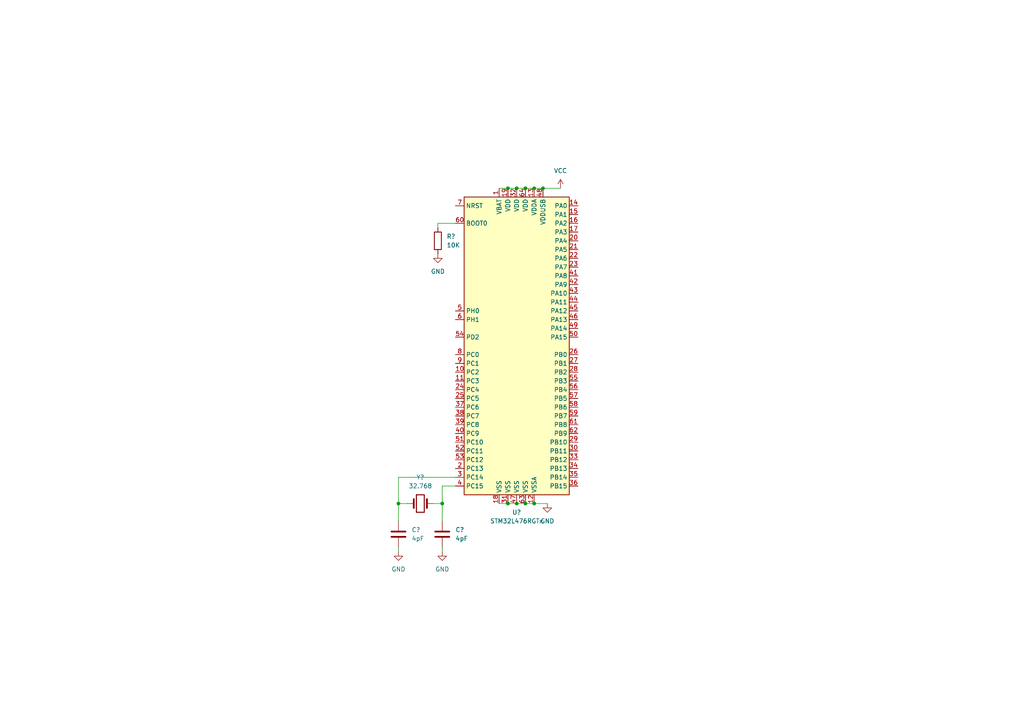
<source format=kicad_sch>
(kicad_sch (version 20210621) (generator eeschema)
  (paper "A4")
  (lib_symbols
    (symbol "Device:C" (pin_numbers hide) (pin_names (offset 0.254))
      (property "Reference" "C" (at 0.635 2.54 0))
      (property "Value" "C" (at 0.635 -2.54 0))
      (symbol "C_0_1"
        (polyline (pts (xy -2.032 -0.762) (xy 2.032 -0.762)) (stroke (width 0.508)))
        (polyline (pts (xy -2.032 0.762) (xy 2.032 0.762)) (stroke (width 0.508)))
      )
      (symbol "C_1_1"
        (pin passive line (at 0 3.81 270) (length 2.794) (name "~") (number "1"))
        (pin passive line (at 0 -3.81 90) (length 2.794) (name "~") (number "2"))
      )
    )
    (symbol "Device:Crystal" (pin_numbers hide) (pin_names (offset 1.016) hide)
      (property "Reference" "Y" (at 0 3.81 0))
      (property "Value" "Crystal" (at 0 -3.81 0))
      (symbol "Crystal_0_1"
        (rectangle (start -1.143 2.54) (end 1.143 -2.54) (stroke (width 0.3048)))
        (polyline (pts (xy -2.54 0) (xy -1.905 0)))
        (polyline (pts (xy -1.905 -1.27) (xy -1.905 1.27)) (stroke (width 0.508)))
        (polyline (pts (xy 1.905 -1.27) (xy 1.905 1.27)) (stroke (width 0.508)))
        (polyline (pts (xy 2.54 0) (xy 1.905 0)))
      )
      (symbol "Crystal_1_1"
        (pin passive line (at -3.81 0 0) (length 1.27) (name "1") (number "1"))
        (pin passive line (at 3.81 0 180) (length 1.27) (name "2") (number "2"))
      )
    )
    (symbol "Device:R" (pin_numbers hide) (pin_names (offset 0))
      (property "Reference" "R" (at 2.032 0 90))
      (property "Value" "R" (at 0 0 90))
      (symbol "R_0_1"
        (rectangle (start -1.016 -2.54) (end 1.016 2.54) (stroke (width 0.254)))
      )
      (symbol "R_1_1"
        (pin passive line (at 0 3.81 270) (length 1.27) (name "~") (number "1"))
        (pin passive line (at 0 -3.81 90) (length 1.27) (name "~") (number "2"))
      )
    )
    (symbol "MCU_ST_STM32L4:STM32L476RGTx"
      (property "Reference" "U" (at -15.24 44.45 0))
      (property "Value" "STM32L476RGTx" (at 10.16 44.45 0))
      (symbol "STM32L476RGTx_0_1"
        (rectangle (start -15.24 -43.18) (end 15.24 43.18) (stroke (width 0.254)) (fill (type background)))
      )
      (symbol "STM32L476RGTx_1_1"
        (pin power_in line (at -5.08 45.72 270) (length 2.54) (name "VBAT") (number "1"))
        (pin bidirectional line (at -17.78 -7.62 0) (length 2.54) (name "PC2") (number "10"))
        (pin bidirectional line (at -17.78 -10.16 0) (length 2.54) (name "PC3") (number "11"))
        (pin power_in line (at 5.08 -45.72 90) (length 2.54) (name "VSSA") (number "12"))
        (pin power_in line (at 5.08 45.72 270) (length 2.54) (name "VDDA") (number "13"))
        (pin bidirectional line (at 17.78 40.64 180) (length 2.54) (name "PA0") (number "14"))
        (pin bidirectional line (at 17.78 38.1 180) (length 2.54) (name "PA1") (number "15"))
        (pin bidirectional line (at 17.78 35.56 180) (length 2.54) (name "PA2") (number "16"))
        (pin bidirectional line (at 17.78 33.02 180) (length 2.54) (name "PA3") (number "17"))
        (pin power_in line (at -5.08 -45.72 90) (length 2.54) (name "VSS") (number "18"))
        (pin power_in line (at -2.54 45.72 270) (length 2.54) (name "VDD") (number "19"))
        (pin bidirectional line (at -17.78 -35.56 0) (length 2.54) (name "PC13") (number "2"))
        (pin bidirectional line (at 17.78 30.48 180) (length 2.54) (name "PA4") (number "20"))
        (pin bidirectional line (at 17.78 27.94 180) (length 2.54) (name "PA5") (number "21"))
        (pin bidirectional line (at 17.78 25.4 180) (length 2.54) (name "PA6") (number "22"))
        (pin bidirectional line (at 17.78 22.86 180) (length 2.54) (name "PA7") (number "23"))
        (pin bidirectional line (at -17.78 -12.7 0) (length 2.54) (name "PC4") (number "24"))
        (pin bidirectional line (at -17.78 -15.24 0) (length 2.54) (name "PC5") (number "25"))
        (pin bidirectional line (at 17.78 -2.54 180) (length 2.54) (name "PB0") (number "26"))
        (pin bidirectional line (at 17.78 -5.08 180) (length 2.54) (name "PB1") (number "27"))
        (pin bidirectional line (at 17.78 -7.62 180) (length 2.54) (name "PB2") (number "28"))
        (pin bidirectional line (at 17.78 -27.94 180) (length 2.54) (name "PB10") (number "29"))
        (pin bidirectional line (at -17.78 -38.1 0) (length 2.54) (name "PC14") (number "3"))
        (pin bidirectional line (at 17.78 -30.48 180) (length 2.54) (name "PB11") (number "30"))
        (pin power_in line (at -2.54 -45.72 90) (length 2.54) (name "VSS") (number "31"))
        (pin power_in line (at 0 45.72 270) (length 2.54) (name "VDD") (number "32"))
        (pin bidirectional line (at 17.78 -33.02 180) (length 2.54) (name "PB12") (number "33"))
        (pin bidirectional line (at 17.78 -35.56 180) (length 2.54) (name "PB13") (number "34"))
        (pin bidirectional line (at 17.78 -38.1 180) (length 2.54) (name "PB14") (number "35"))
        (pin bidirectional line (at 17.78 -40.64 180) (length 2.54) (name "PB15") (number "36"))
        (pin bidirectional line (at -17.78 -17.78 0) (length 2.54) (name "PC6") (number "37"))
        (pin bidirectional line (at -17.78 -20.32 0) (length 2.54) (name "PC7") (number "38"))
        (pin bidirectional line (at -17.78 -22.86 0) (length 2.54) (name "PC8") (number "39"))
        (pin bidirectional line (at -17.78 -40.64 0) (length 2.54) (name "PC15") (number "4"))
        (pin bidirectional line (at -17.78 -25.4 0) (length 2.54) (name "PC9") (number "40"))
        (pin bidirectional line (at 17.78 20.32 180) (length 2.54) (name "PA8") (number "41"))
        (pin bidirectional line (at 17.78 17.78 180) (length 2.54) (name "PA9") (number "42"))
        (pin bidirectional line (at 17.78 15.24 180) (length 2.54) (name "PA10") (number "43"))
        (pin bidirectional line (at 17.78 12.7 180) (length 2.54) (name "PA11") (number "44"))
        (pin bidirectional line (at 17.78 10.16 180) (length 2.54) (name "PA12") (number "45"))
        (pin bidirectional line (at 17.78 7.62 180) (length 2.54) (name "PA13") (number "46"))
        (pin power_in line (at 0 -45.72 90) (length 2.54) (name "VSS") (number "47"))
        (pin power_in line (at 7.62 45.72 270) (length 2.54) (name "VDDUSB") (number "48"))
        (pin bidirectional line (at 17.78 5.08 180) (length 2.54) (name "PA14") (number "49"))
        (pin input line (at -17.78 10.16 0) (length 2.54) (name "PH0") (number "5"))
        (pin bidirectional line (at 17.78 2.54 180) (length 2.54) (name "PA15") (number "50"))
        (pin bidirectional line (at -17.78 -27.94 0) (length 2.54) (name "PC10") (number "51"))
        (pin bidirectional line (at -17.78 -30.48 0) (length 2.54) (name "PC11") (number "52"))
        (pin bidirectional line (at -17.78 -33.02 0) (length 2.54) (name "PC12") (number "53"))
        (pin bidirectional line (at -17.78 2.54 0) (length 2.54) (name "PD2") (number "54"))
        (pin bidirectional line (at 17.78 -10.16 180) (length 2.54) (name "PB3") (number "55"))
        (pin bidirectional line (at 17.78 -12.7 180) (length 2.54) (name "PB4") (number "56"))
        (pin bidirectional line (at 17.78 -15.24 180) (length 2.54) (name "PB5") (number "57"))
        (pin bidirectional line (at 17.78 -17.78 180) (length 2.54) (name "PB6") (number "58"))
        (pin bidirectional line (at 17.78 -20.32 180) (length 2.54) (name "PB7") (number "59"))
        (pin input line (at -17.78 7.62 0) (length 2.54) (name "PH1") (number "6"))
        (pin input line (at -17.78 35.56 0) (length 2.54) (name "BOOT0") (number "60"))
        (pin bidirectional line (at 17.78 -22.86 180) (length 2.54) (name "PB8") (number "61"))
        (pin bidirectional line (at 17.78 -25.4 180) (length 2.54) (name "PB9") (number "62"))
        (pin power_in line (at 2.54 -45.72 90) (length 2.54) (name "VSS") (number "63"))
        (pin power_in line (at 2.54 45.72 270) (length 2.54) (name "VDD") (number "64"))
        (pin input line (at -17.78 40.64 0) (length 2.54) (name "NRST") (number "7"))
        (pin bidirectional line (at -17.78 -2.54 0) (length 2.54) (name "PC0") (number "8"))
        (pin bidirectional line (at -17.78 -5.08 0) (length 2.54) (name "PC1") (number "9"))
      )
    )
    (symbol "power:GND" (power) (pin_names (offset 0))
      (property "Value" "GND" (at 0 -3.81 0))
      (symbol "GND_0_1"
        (polyline (pts (xy 0 0) (xy 0 -1.27) (xy 1.27 -1.27) (xy 0 -2.54) (xy -1.27 -1.27) (xy 0 -1.27)))
      )
      (symbol "GND_1_1"
        (pin power_in line (at 0 0 270) (length 0) hide (name "GND") (number "1"))
      )
    )
    (symbol "power:VCC" (power) (pin_names (offset 0))
      (property "Value" "VCC" (at 0 3.81 0))
      (symbol "VCC_0_1"
        (polyline (pts (xy -0.762 1.27) (xy 0 2.54)))
        (polyline (pts (xy 0 0) (xy 0 2.54)))
        (polyline (pts (xy 0 2.54) (xy 0.762 1.27)))
      )
      (symbol "VCC_1_1"
        (pin power_in line (at 0 0 90) (length 0) hide (name "VCC") (number "1"))
      )
    )
  )
  (junction (at 115.57 146.05) (diameter 0.9144))
  (junction (at 128.27 146.05) (diameter 0.9144))
  (junction (at 147.32 54.61) (diameter 0.9144))
  (junction (at 147.32 146.05) (diameter 0.9144))
  (junction (at 149.86 54.61) (diameter 0.9144))
  (junction (at 149.86 146.05) (diameter 0.9144))
  (junction (at 152.4 54.61) (diameter 0.9144))
  (junction (at 152.4 146.05) (diameter 0.9144))
  (junction (at 154.94 54.61) (diameter 0.9144))
  (junction (at 154.94 146.05) (diameter 0.9144))
  (junction (at 157.48 54.61) (diameter 0.9144))
  (wire (pts (xy 115.57 138.43) (xy 115.57 146.05)))
  (wire (pts (xy 115.57 146.05) (xy 115.57 151.13)))
  (wire (pts (xy 115.57 158.75) (xy 115.57 160.02)))
  (wire (pts (xy 118.11 146.05) (xy 115.57 146.05)))
  (wire (pts (xy 125.73 146.05) (xy 128.27 146.05)))
  (wire (pts (xy 127 64.77) (xy 132.08 64.77)))
  (wire (pts (xy 127 66.04) (xy 127 64.77)))
  (wire (pts (xy 128.27 140.97) (xy 128.27 146.05)))
  (wire (pts (xy 128.27 146.05) (xy 128.27 151.13)))
  (wire (pts (xy 128.27 158.75) (xy 128.27 160.02)))
  (wire (pts (xy 132.08 138.43) (xy 115.57 138.43)))
  (wire (pts (xy 132.08 140.97) (xy 128.27 140.97)))
  (wire (pts (xy 144.78 54.61) (xy 147.32 54.61)))
  (wire (pts (xy 144.78 146.05) (xy 147.32 146.05)))
  (wire (pts (xy 147.32 54.61) (xy 149.86 54.61)))
  (wire (pts (xy 147.32 146.05) (xy 149.86 146.05)))
  (wire (pts (xy 149.86 54.61) (xy 152.4 54.61)))
  (wire (pts (xy 149.86 146.05) (xy 152.4 146.05)))
  (wire (pts (xy 152.4 54.61) (xy 154.94 54.61)))
  (wire (pts (xy 152.4 146.05) (xy 154.94 146.05)))
  (wire (pts (xy 154.94 54.61) (xy 157.48 54.61)))
  (wire (pts (xy 154.94 146.05) (xy 158.75 146.05)))
  (wire (pts (xy 157.48 54.61) (xy 162.56 54.61)))
  (symbol (lib_id "power:VCC") (at 162.56 54.61 0) (unit 1)
    (property "Reference" "#PWR?" (effects hide))
    (property "Value" "VCC" (at 162.56 49.53 0))
  )
  (symbol (lib_id "power:GND") (at 115.57 160.02 0) (unit 1)
    (property "Reference" "#PWR?" (effects hide))
    (property "Value" "GND" (at 115.57 165.1 0))
  )
  (symbol (lib_id "power:GND") (at 127 73.66 0) (unit 1)
    (property "Reference" "#PWR?" (effects hide))
    (property "Value" "GND" (at 127 78.74 0))
  )
  (symbol (lib_id "power:GND") (at 128.27 160.02 0) (unit 1)
    (property "Reference" "#PWR?" (effects hide))
    (property "Value" "GND" (at 128.27 165.1 0))
  )
  (symbol (lib_id "power:GND") (at 158.75 146.05 0) (unit 1)
    (property "Reference" "#PWR?" (effects hide))
    (property "Value" "GND" (at 158.75 151.13 0))
  )
  (symbol (lib_id "Device:R") (at 127 69.85 0) (unit 1)
    (property "Reference" "R?" (at 129.54 68.5799 0) (effects (justify left)))
    (property "Value" "10K" (at 129.54 71.1199 0) (effects (justify left)))
  )
  (symbol (lib_id "Device:C") (at 115.57 154.94 0) (unit 1)
    (property "Reference" "C?" (at 119.38 153.6699 0) (effects (justify left)))
    (property "Value" "4pF" (at 119.38 156.2099 0) (effects (justify left)))
    (property "Footprint" "Capacitor_SMD:C_0603_1608Metric_Pad1.08x0.95mm_HandSolder" (effects hide))
  )
  (symbol (lib_id "Device:C") (at 128.27 154.94 0) (unit 1)
    (property "Reference" "C?" (at 132.08 153.6699 0) (effects (justify left)))
    (property "Value" "4pF" (at 132.08 156.2099 0) (effects (justify left)))
    (property "Footprint" "Capacitor_SMD:C_0603_1608Metric_Pad1.08x0.95mm_HandSolder" (effects hide))
  )
  (symbol (lib_id "Device:Crystal") (at 121.92 146.05 0) (unit 1)
    (property "Reference" "Y?" (at 121.92 138.43 0))
    (property "Value" "32.768" (at 121.92 140.97 0))
    (property "Footprint" "Crystal:Crystal_SMD_3215-2Pin_3.2x1.5mm" (effects hide))
  )
  (symbol (lib_id "MCU_ST_STM32L4:STM32L476RGTx") (at 149.86 100.33 0) (unit 1)
    (property "Reference" "U?" (at 149.86 148.59 0))
    (property "Value" "STM32L476RGTx" (at 149.86 151.13 0))
    (property "Footprint" "Package_QFP:LQFP-64_10x10mm_P0.5mm" (effects hide))
    (property "Datasheet" "http://www.st.com/st-web-ui/static/active/en/resource/technical/document/datasheet/DM00108832.pdf" (effects hide))
  )
)
</source>
